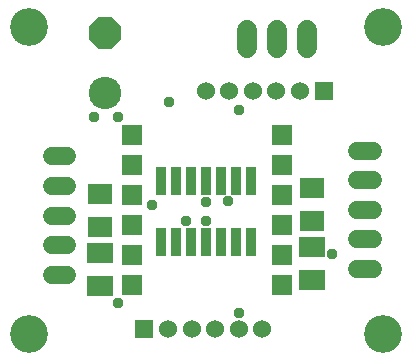
<source format=gbr>
G04 EAGLE Gerber RS-274X export*
G75*
%MOMM*%
%FSLAX34Y34*%
%LPD*%
%AMOC8*
5,1,8,0,0,1.08239X$1,22.5*%
G01*
%ADD10C,3.203200*%
%ADD11R,0.812800X2.413000*%
%ADD12R,1.711200X1.711200*%
%ADD13R,1.524000X1.524000*%
%ADD14C,1.524000*%
%ADD15C,1.511200*%
%ADD16C,2.743200*%
%ADD17P,2.969212X8X112.500000*%
%ADD18R,2.006200X1.803200*%
%ADD19R,2.203200X1.803200*%
%ADD20C,1.727200*%
%ADD21C,0.959600*%


D10*
X20000Y20000D03*
X20000Y280000D03*
X320000Y20000D03*
X320000Y280000D03*
D11*
X208200Y150135D03*
X208200Y98065D03*
X195500Y150135D03*
X182800Y150135D03*
X195500Y98065D03*
X182800Y98065D03*
X170100Y150135D03*
X170100Y98065D03*
X157400Y150135D03*
X144700Y150135D03*
X157400Y98065D03*
X144700Y98065D03*
X132000Y150135D03*
X132000Y98065D03*
D12*
X107400Y61600D03*
X107400Y87000D03*
X107400Y112400D03*
X107400Y137800D03*
X107400Y163200D03*
X107400Y188600D03*
X234400Y61600D03*
X234400Y87000D03*
X234400Y112400D03*
X234400Y137800D03*
X234400Y163200D03*
X234400Y188600D03*
D13*
X117900Y24200D03*
D14*
X137900Y24200D03*
X157900Y24200D03*
X177900Y24200D03*
X197900Y24200D03*
X217900Y24200D03*
D15*
X52640Y170700D02*
X39560Y170700D01*
X39560Y145700D02*
X52640Y145700D01*
X52640Y120700D02*
X39560Y120700D01*
X39560Y95700D02*
X52640Y95700D01*
X52640Y70700D02*
X39560Y70700D01*
D13*
X269700Y225800D03*
D14*
X249700Y225800D03*
X229700Y225800D03*
X209700Y225800D03*
X189700Y225800D03*
X169700Y225800D03*
D15*
X298260Y175700D02*
X311340Y175700D01*
X311340Y150700D02*
X298260Y150700D01*
X298260Y125700D02*
X311340Y125700D01*
X311340Y100700D02*
X298260Y100700D01*
X298260Y75700D02*
X311340Y75700D01*
D16*
X85000Y224600D03*
D17*
X85000Y275400D03*
D18*
X260000Y115780D03*
X260000Y144220D03*
D19*
X260000Y94000D03*
X260000Y66000D03*
D18*
X80000Y110780D03*
X80000Y139220D03*
D19*
X80000Y89000D03*
X80000Y61000D03*
D20*
X255400Y262380D02*
X255400Y277620D01*
X230000Y277620D02*
X230000Y262380D01*
X204600Y262380D02*
X204600Y277620D01*
D21*
X153000Y116000D03*
X124000Y130000D03*
X170000Y132000D03*
X198000Y38000D03*
X189000Y133000D03*
X277000Y88000D03*
X96000Y47000D03*
X198000Y210000D03*
X75000Y204000D03*
X96000Y204000D03*
X170000Y116000D03*
X139000Y217000D03*
M02*

</source>
